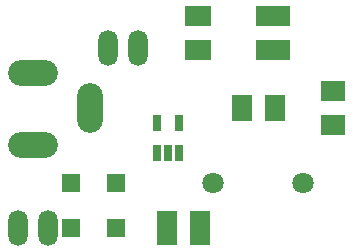
<source format=gbr>
G04 #@! TF.GenerationSoftware,KiCad,Pcbnew,(5.0.0)*
G04 #@! TF.CreationDate,2020-02-21T08:37:36-08:00*
G04 #@! TF.ProjectId,Battery Power Circuit V3,4261747465727920506F776572204369,rev?*
G04 #@! TF.SameCoordinates,Original*
G04 #@! TF.FileFunction,Soldermask,Top*
G04 #@! TF.FilePolarity,Negative*
%FSLAX46Y46*%
G04 Gerber Fmt 4.6, Leading zero omitted, Abs format (unit mm)*
G04 Created by KiCad (PCBNEW (5.0.0)) date 02/21/20 08:37:36*
%MOMM*%
%LPD*%
G01*
G04 APERTURE LIST*
%ADD10R,0.753200X1.403200*%
%ADD11R,1.603200X1.603200*%
%ADD12R,1.803200X2.903200*%
%ADD13R,2.903200X1.803200*%
%ADD14R,2.003200X1.803200*%
%ADD15R,1.803200X2.203200*%
%ADD16R,2.203200X1.803200*%
%ADD17O,1.625600X3.048000*%
%ADD18O,2.203200X4.203200*%
%ADD19O,4.203200X2.203200*%
%ADD20C,1.803400*%
G04 APERTURE END LIST*
D10*
G04 #@! TO.C,U$1*
X147716100Y-104968600D03*
X149616100Y-104968600D03*
X149616100Y-107568600D03*
X148666100Y-107568600D03*
X147716100Y-107568600D03*
G04 #@! TD*
D11*
G04 #@! TO.C,D1*
X140416100Y-110078600D03*
X144216100Y-110078600D03*
G04 #@! TD*
G04 #@! TO.C,D2*
X140416100Y-113888600D03*
X144216100Y-113888600D03*
G04 #@! TD*
D12*
G04 #@! TO.C,C1*
X151336100Y-113888600D03*
X148536100Y-113888600D03*
G04 #@! TD*
D13*
G04 #@! TO.C,C2*
X157556100Y-98778600D03*
X157556100Y-95978600D03*
G04 #@! TD*
D14*
G04 #@! TO.C,C3*
X162636100Y-102328600D03*
X162636100Y-105128600D03*
G04 #@! TD*
D15*
G04 #@! TO.C,R1*
X154886100Y-103728600D03*
X157686100Y-103728600D03*
G04 #@! TD*
D16*
G04 #@! TO.C,R2*
X151206100Y-95978600D03*
X151206100Y-98778600D03*
G04 #@! TD*
D17*
G04 #@! TO.C,JP1*
X135966100Y-113888600D03*
X138506100Y-113888600D03*
G04 #@! TD*
G04 #@! TO.C,JP2*
X146126100Y-98648600D03*
X143586100Y-98648600D03*
G04 #@! TD*
D18*
G04 #@! TO.C,J1*
X142036100Y-103728600D03*
D19*
X137236100Y-100728600D03*
X137236100Y-106828600D03*
G04 #@! TD*
D20*
G04 #@! TO.C,J2*
X160096100Y-110078600D03*
X152476100Y-110078600D03*
G04 #@! TD*
M02*

</source>
